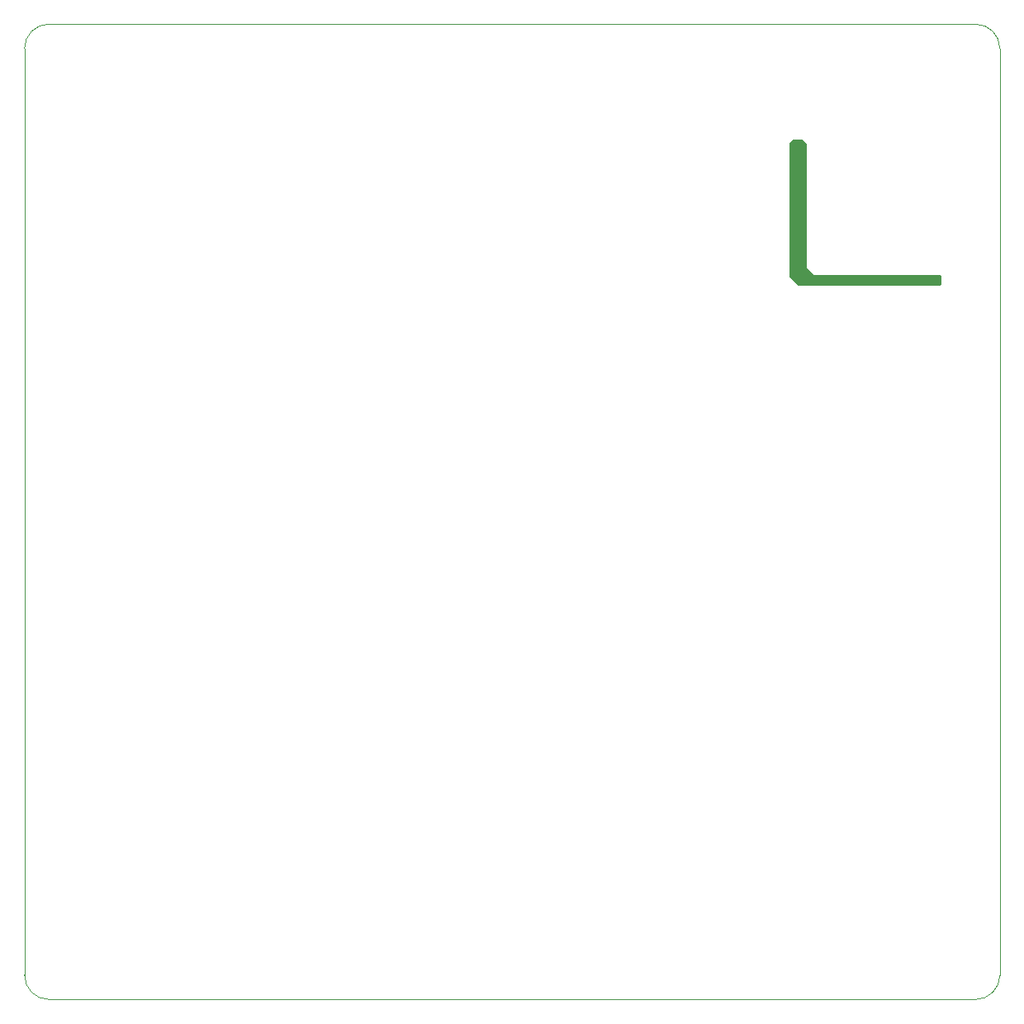
<source format=gbr>
G04*
G04 #@! TF.GenerationSoftware,Altium Limited,Altium Designer,24.10.1 (45)*
G04*
G04 Layer_Color=0*
%FSLAX25Y25*%
%MOIN*%
G70*
G04*
G04 #@! TF.SameCoordinates,F8DE0C88-6A82-4F8F-96BC-C1AF256D62EF*
G04*
G04*
G04 #@! TF.FilePolarity,Positive*
G04*
G01*
G75*
%ADD176C,0.00100*%
G36*
X308700Y291700D02*
Y345600D01*
X310200Y347100D01*
X314200D01*
X315900Y345400D01*
Y295200D01*
X318700Y292400D01*
X369700D01*
X370000Y292100D01*
Y288400D01*
X369600Y288000D01*
X312400D01*
X308700Y291700D01*
D02*
G37*
D176*
X9843Y0D02*
G02*
X0Y9843I0J9843D01*
G01*
Y383858D01*
D02*
G02*
X9843Y393701I9843J0D01*
G01*
X383858D01*
D02*
G02*
X393701Y383858I0J-9843D01*
G01*
Y9843D01*
D02*
G02*
X383858Y0I-9843J0D01*
G01*
X9843D01*
M02*

</source>
